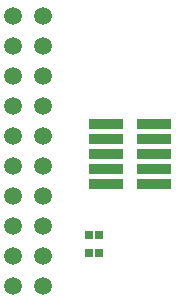
<source format=gts>
G04 Layer_Color=8388736*
%FSLAX25Y25*%
%MOIN*%
G70*
G01*
G75*
%ADD20R,0.11800X0.03800*%
%ADD21R,0.03162X0.02965*%
%ADD22C,0.05918*%
D20*
X1463500Y672000D02*
D03*
Y677000D02*
D03*
Y682000D02*
D03*
Y687000D02*
D03*
Y692000D02*
D03*
X1447516D02*
D03*
Y687000D02*
D03*
Y682000D02*
D03*
Y677000D02*
D03*
Y672000D02*
D03*
D21*
X1441827Y649000D02*
D03*
X1445173D02*
D03*
X1441827Y655000D02*
D03*
X1445173D02*
D03*
D22*
X1426500Y638000D02*
D03*
Y648000D02*
D03*
Y658000D02*
D03*
Y668000D02*
D03*
Y678000D02*
D03*
Y688000D02*
D03*
Y698000D02*
D03*
Y708000D02*
D03*
Y718000D02*
D03*
Y728000D02*
D03*
X1416500Y638000D02*
D03*
Y728000D02*
D03*
Y718000D02*
D03*
Y708000D02*
D03*
Y698000D02*
D03*
Y688000D02*
D03*
Y678000D02*
D03*
Y668000D02*
D03*
Y658000D02*
D03*
Y648000D02*
D03*
M02*

</source>
